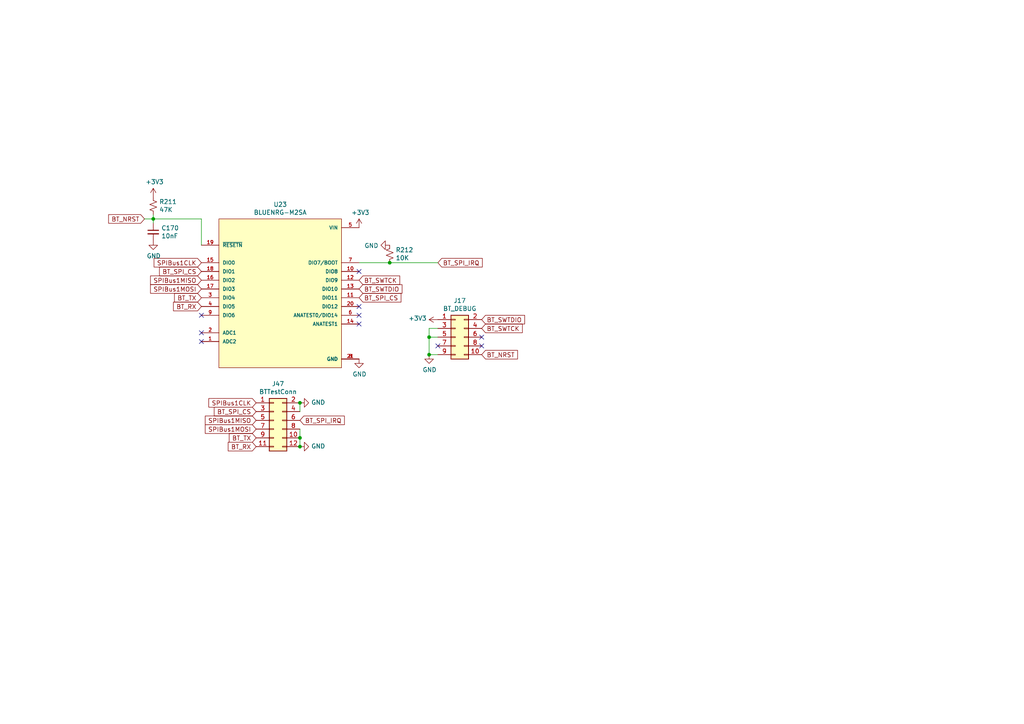
<source format=kicad_sch>
(kicad_sch (version 20210621) (generator eeschema)
  (paper "A4")
  (lib_symbols
    (symbol "BLUENRG-M2SA:BLUENRG-M2SA" (pin_names (offset 1.016))
      (property "Reference" "U" (at -17.78 24.13 0))
      (property "Value" "BLUENRG-M2SA" (at -17.78 -22.86 0))
      (symbol "BLUENRG-M2SA_0_0"
        (rectangle (start -17.78 -20.32) (end 17.78 22.86) (stroke (width 0.1524)) (fill (type background)))
        (pin input line (at -22.86 -12.7 0) (length 5.08) (name "ADC2") (number "1"))
        (pin bidirectional line (at 22.86 7.62 180) (length 5.08) (name "DIO8") (number "10"))
        (pin bidirectional line (at 22.86 0 180) (length 5.08) (name "DIO11") (number "11"))
        (pin bidirectional line (at 22.86 5.08 180) (length 5.08) (name "DIO9") (number "12"))
        (pin bidirectional line (at 22.86 2.54 180) (length 5.08) (name "DIO10") (number "13"))
        (pin bidirectional line (at 22.86 -7.62 180) (length 5.08) (name "ANATEST1") (number "14"))
        (pin bidirectional line (at -22.86 10.16 0) (length 5.08) (name "DIO0") (number "15"))
        (pin bidirectional line (at -22.86 5.08 0) (length 5.08) (name "DIO2") (number "16"))
        (pin bidirectional line (at -22.86 2.54 0) (length 5.08) (name "DIO3") (number "17"))
        (pin bidirectional line (at -22.86 7.62 0) (length 5.08) (name "DIO1") (number "18"))
        (pin input line (at -22.86 15.24 0) (length 5.08) (name "~{RESETN}") (number "19"))
        (pin input line (at -22.86 -10.16 0) (length 5.08) (name "ADC1") (number "2"))
        (pin bidirectional line (at 22.86 -2.54 180) (length 5.08) (name "DIO12") (number "20"))
        (pin power_in line (at 22.86 -17.78 180) (length 5.08) (name "GND") (number "21"))
        (pin bidirectional line (at -22.86 0 0) (length 5.08) (name "DIO4") (number "3"))
        (pin bidirectional line (at -22.86 -2.54 0) (length 5.08) (name "DIO5") (number "4"))
        (pin power_in line (at 22.86 20.32 180) (length 5.08) (name "VIN") (number "5"))
        (pin bidirectional line (at 22.86 -5.08 180) (length 5.08) (name "ANATEST0/DIO14") (number "6"))
        (pin bidirectional line (at 22.86 10.16 180) (length 5.08) (name "DIO7/BOOT") (number "7"))
        (pin power_in line (at 22.86 -17.78 180) (length 5.08) (name "GND") (number "8"))
        (pin bidirectional line (at -22.86 -5.08 0) (length 5.08) (name "DIO6") (number "9"))
      )
    )
    (symbol "Connector_Generic:Conn_02x05_Odd_Even" (pin_names (offset 1.016) hide)
      (property "Reference" "J" (at 1.27 7.62 0))
      (property "Value" "Conn_02x05_Odd_Even" (at 1.27 -7.62 0))
      (symbol "Conn_02x05_Odd_Even_1_1"
        (rectangle (start -1.27 -4.953) (end 0 -5.207) (stroke (width 0.1524)))
        (rectangle (start -1.27 -2.413) (end 0 -2.667) (stroke (width 0.1524)))
        (rectangle (start -1.27 0.127) (end 0 -0.127) (stroke (width 0.1524)))
        (rectangle (start -1.27 2.667) (end 0 2.413) (stroke (width 0.1524)))
        (rectangle (start -1.27 5.207) (end 0 4.953) (stroke (width 0.1524)))
        (rectangle (start 3.81 -4.953) (end 2.54 -5.207) (stroke (width 0.1524)))
        (rectangle (start 3.81 -2.413) (end 2.54 -2.667) (stroke (width 0.1524)))
        (rectangle (start 3.81 0.127) (end 2.54 -0.127) (stroke (width 0.1524)))
        (rectangle (start 3.81 2.667) (end 2.54 2.413) (stroke (width 0.1524)))
        (rectangle (start 3.81 5.207) (end 2.54 4.953) (stroke (width 0.1524)))
        (rectangle (start -1.27 6.35) (end 3.81 -6.35) (stroke (width 0.254)) (fill (type background)))
        (pin passive line (at -5.08 5.08 0) (length 3.81) (name "Pin_1") (number "1"))
        (pin passive line (at 7.62 -5.08 180) (length 3.81) (name "Pin_10") (number "10"))
        (pin passive line (at 7.62 5.08 180) (length 3.81) (name "Pin_2") (number "2"))
        (pin passive line (at -5.08 2.54 0) (length 3.81) (name "Pin_3") (number "3"))
        (pin passive line (at 7.62 2.54 180) (length 3.81) (name "Pin_4") (number "4"))
        (pin passive line (at -5.08 0 0) (length 3.81) (name "Pin_5") (number "5"))
        (pin passive line (at 7.62 0 180) (length 3.81) (name "Pin_6") (number "6"))
        (pin passive line (at -5.08 -2.54 0) (length 3.81) (name "Pin_7") (number "7"))
        (pin passive line (at 7.62 -2.54 180) (length 3.81) (name "Pin_8") (number "8"))
        (pin passive line (at -5.08 -5.08 0) (length 3.81) (name "Pin_9") (number "9"))
      )
    )
    (symbol "Connector_Generic:Conn_02x06_Odd_Even" (pin_names (offset 1.016) hide)
      (property "Reference" "J" (at 1.27 7.62 0))
      (property "Value" "Conn_02x06_Odd_Even" (at 1.27 -10.16 0))
      (symbol "Conn_02x06_Odd_Even_1_1"
        (rectangle (start -1.27 -7.493) (end 0 -7.747) (stroke (width 0.1524)))
        (rectangle (start -1.27 -4.953) (end 0 -5.207) (stroke (width 0.1524)))
        (rectangle (start -1.27 -2.413) (end 0 -2.667) (stroke (width 0.1524)))
        (rectangle (start -1.27 0.127) (end 0 -0.127) (stroke (width 0.1524)))
        (rectangle (start -1.27 2.667) (end 0 2.413) (stroke (width 0.1524)))
        (rectangle (start -1.27 5.207) (end 0 4.953) (stroke (width 0.1524)))
        (rectangle (start 3.81 -7.493) (end 2.54 -7.747) (stroke (width 0.1524)))
        (rectangle (start 3.81 -4.953) (end 2.54 -5.207) (stroke (width 0.1524)))
        (rectangle (start 3.81 -2.413) (end 2.54 -2.667) (stroke (width 0.1524)))
        (rectangle (start 3.81 0.127) (end 2.54 -0.127) (stroke (width 0.1524)))
        (rectangle (start 3.81 2.667) (end 2.54 2.413) (stroke (width 0.1524)))
        (rectangle (start 3.81 5.207) (end 2.54 4.953) (stroke (width 0.1524)))
        (rectangle (start -1.27 6.35) (end 3.81 -8.89) (stroke (width 0.254)) (fill (type background)))
        (pin passive line (at -5.08 5.08 0) (length 3.81) (name "Pin_1") (number "1"))
        (pin passive line (at 7.62 -5.08 180) (length 3.81) (name "Pin_10") (number "10"))
        (pin passive line (at -5.08 -7.62 0) (length 3.81) (name "Pin_11") (number "11"))
        (pin passive line (at 7.62 -7.62 180) (length 3.81) (name "Pin_12") (number "12"))
        (pin passive line (at 7.62 5.08 180) (length 3.81) (name "Pin_2") (number "2"))
        (pin passive line (at -5.08 2.54 0) (length 3.81) (name "Pin_3") (number "3"))
        (pin passive line (at 7.62 2.54 180) (length 3.81) (name "Pin_4") (number "4"))
        (pin passive line (at -5.08 0 0) (length 3.81) (name "Pin_5") (number "5"))
        (pin passive line (at 7.62 0 180) (length 3.81) (name "Pin_6") (number "6"))
        (pin passive line (at -5.08 -2.54 0) (length 3.81) (name "Pin_7") (number "7"))
        (pin passive line (at 7.62 -2.54 180) (length 3.81) (name "Pin_8") (number "8"))
        (pin passive line (at -5.08 -5.08 0) (length 3.81) (name "Pin_9") (number "9"))
      )
    )
    (symbol "Device:C_Small" (pin_numbers hide) (pin_names (offset 0.254) hide)
      (property "Reference" "C" (at 0.254 1.778 0))
      (property "Value" "C_Small" (at 0.254 -2.032 0))
      (symbol "C_Small_0_1"
        (polyline (pts (xy -1.524 -0.508) (xy 1.524 -0.508)) (stroke (width 0.3302)))
        (polyline (pts (xy -1.524 0.508) (xy 1.524 0.508)) (stroke (width 0.3048)))
      )
      (symbol "C_Small_1_1"
        (pin passive line (at 0 2.54 270) (length 2.032) (name "~") (number "1"))
        (pin passive line (at 0 -2.54 90) (length 2.032) (name "~") (number "2"))
      )
    )
    (symbol "Device:R_Small_US" (pin_numbers hide) (pin_names (offset 0.254) hide)
      (property "Reference" "R" (at 0.762 0.508 0))
      (property "Value" "R_Small_US" (at 0.762 -1.016 0))
      (symbol "R_Small_US_1_1"
        (polyline (pts (xy 0 0) (xy 1.016 -0.381) (xy 0 -0.762) (xy -1.016 -1.143) (xy 0 -1.524)))
        (polyline (pts (xy 0 1.524) (xy 1.016 1.143) (xy 0 0.762) (xy -1.016 0.381) (xy 0 0)))
        (pin passive line (at 0 2.54 270) (length 1.016) (name "~") (number "1"))
        (pin passive line (at 0 -2.54 90) (length 1.016) (name "~") (number "2"))
      )
    )
    (symbol "power:+3.3V" (power) (pin_names (offset 0))
      (property "Value" "+3.3V" (at 0 3.556 0))
      (symbol "+3.3V_0_1"
        (polyline (pts (xy -0.762 1.27) (xy 0 2.54)))
        (polyline (pts (xy 0 0) (xy 0 2.54)))
        (polyline (pts (xy 0 2.54) (xy 0.762 1.27)))
      )
      (symbol "+3.3V_1_1"
        (pin power_in line (at 0 0 90) (length 0) hide (name "+3V3") (number "1"))
      )
    )
    (symbol "power:GND" (power) (pin_names (offset 0))
      (property "Value" "GND" (at 0 -3.81 0))
      (symbol "GND_0_1"
        (polyline (pts (xy 0 0) (xy 0 -1.27) (xy 1.27 -1.27) (xy 0 -2.54) (xy -1.27 -1.27) (xy 0 -1.27)))
      )
      (symbol "GND_1_1"
        (pin power_in line (at 0 0 270) (length 0) hide (name "GND") (number "1"))
      )
    )
  )
  (junction (at 44.45 63.5))
  (junction (at 86.995 116.84))
  (junction (at 86.995 127))
  (junction (at 86.995 129.54))
  (junction (at 113.03 76.2))
  (junction (at 124.46 97.79))
  (junction (at 124.46 102.87))
  (no_connect (at 58.42 91.44))
  (no_connect (at 58.42 96.52))
  (no_connect (at 58.42 99.06))
  (no_connect (at 104.14 78.74))
  (no_connect (at 104.14 88.9))
  (no_connect (at 104.14 91.44))
  (no_connect (at 104.14 93.98))
  (no_connect (at 127 100.33))
  (no_connect (at 139.7 97.79))
  (no_connect (at 139.7 100.33))
  (wire (pts (xy 44.45 62.23) (xy 44.45 63.5)))
  (wire (pts (xy 44.45 63.5) (xy 41.91 63.5)))
  (wire (pts (xy 44.45 63.5) (xy 44.45 64.77)))
  (wire (pts (xy 44.45 63.5) (xy 58.42 63.5)))
  (wire (pts (xy 58.42 63.5) (xy 58.42 71.12)))
  (wire (pts (xy 86.995 116.84) (xy 86.995 119.38)))
  (wire (pts (xy 86.995 124.46) (xy 86.995 127)))
  (wire (pts (xy 86.995 129.54) (xy 86.995 127)))
  (wire (pts (xy 104.14 76.2) (xy 113.03 76.2)))
  (wire (pts (xy 113.03 76.2) (xy 127 76.2)))
  (wire (pts (xy 124.46 95.25) (xy 124.46 97.79)))
  (wire (pts (xy 124.46 97.79) (xy 124.46 102.87)))
  (wire (pts (xy 127 95.25) (xy 124.46 95.25)))
  (wire (pts (xy 127 97.79) (xy 124.46 97.79)))
  (wire (pts (xy 127 102.87) (xy 124.46 102.87)))
  (global_label "BT_NRST" (shape input) (at 41.91 63.5 180) (property "Intersheet References" "${INTERSHEET_REFS}" (effects hide)))
  (global_label "SPIBus1CLK" (shape input) (at 58.42 76.2 180) (property "Intersheet References" "${INTERSHEET_REFS}" (effects hide)))
  (global_label "BT_SPI_CS" (shape input) (at 58.42 78.74 180) (property "Intersheet References" "${INTERSHEET_REFS}" (effects hide)))
  (global_label "SPIBus1MISO" (shape input) (at 58.42 81.28 180) (property "Intersheet References" "${INTERSHEET_REFS}" (effects hide)))
  (global_label "SPIBus1MOSI" (shape input) (at 58.42 83.82 180) (property "Intersheet References" "${INTERSHEET_REFS}" (effects hide)))
  (global_label "BT_TX" (shape input) (at 58.42 86.36 180) (property "Intersheet References" "${INTERSHEET_REFS}" (effects hide)))
  (global_label "BT_RX" (shape input) (at 58.42 88.9 180) (property "Intersheet References" "${INTERSHEET_REFS}" (effects hide)))
  (global_label "SPIBus1CLK" (shape input) (at 74.295 116.84 180) (property "Intersheet References" "${INTERSHEET_REFS}" (effects hide)))
  (global_label "BT_SPI_CS" (shape input) (at 74.295 119.38 180) (property "Intersheet References" "${INTERSHEET_REFS}" (effects hide)))
  (global_label "SPIBus1MISO" (shape input) (at 74.295 121.92 180) (property "Intersheet References" "${INTERSHEET_REFS}" (effects hide)))
  (global_label "SPIBus1MOSI" (shape input) (at 74.295 124.46 180) (property "Intersheet References" "${INTERSHEET_REFS}" (effects hide)))
  (global_label "BT_TX" (shape input) (at 74.295 127 180) (property "Intersheet References" "${INTERSHEET_REFS}" (effects hide)))
  (global_label "BT_RX" (shape input) (at 74.295 129.54 180) (property "Intersheet References" "${INTERSHEET_REFS}" (effects hide)))
  (global_label "BT_SPI_IRQ" (shape input) (at 86.995 121.92 0) (property "Intersheet References" "${INTERSHEET_REFS}" (effects hide)))
  (global_label "BT_SWTCK" (shape input) (at 104.14 81.28 0) (property "Intersheet References" "${INTERSHEET_REFS}" (effects hide)))
  (global_label "BT_SWTDIO" (shape input) (at 104.14 83.82 0) (property "Intersheet References" "${INTERSHEET_REFS}" (effects hide)))
  (global_label "BT_SPI_CS" (shape input) (at 104.14 86.36 0) (property "Intersheet References" "${INTERSHEET_REFS}" (effects hide)))
  (global_label "BT_SPI_IRQ" (shape input) (at 127 76.2 0) (property "Intersheet References" "${INTERSHEET_REFS}" (effects hide)))
  (global_label "BT_SWTDIO" (shape input) (at 139.7 92.71 0) (property "Intersheet References" "${INTERSHEET_REFS}" (effects hide)))
  (global_label "BT_SWTCK" (shape input) (at 139.7 95.25 0) (property "Intersheet References" "${INTERSHEET_REFS}" (effects hide)))
  (global_label "BT_NRST" (shape input) (at 139.7 102.87 0) (property "Intersheet References" "${INTERSHEET_REFS}" (effects hide)))
  (symbol (lib_id "power:+3.3V") (at 44.45 57.15 0) (unit 1)
    (property "Reference" "#PWR0517" (effects hide))
    (property "Value" "+3.3V" (at 44.831 52.7558 0))
  )
  (symbol (lib_id "power:+3.3V") (at 104.14 66.04 0) (unit 1)
    (property "Reference" "#PWR0521" (effects hide))
    (property "Value" "+3.3V" (at 104.521 61.6458 0))
  )
  (symbol (lib_id "power:+3.3V") (at 127 92.71 90) (unit 1)
    (property "Reference" "#PWR0522" (effects hide))
    (property "Value" "+3.3V" (at 123.7488 92.329 90) (effects (justify left)))
  )
  (symbol (lib_id "power:GND") (at 44.45 69.85 0) (unit 1)
    (property "Reference" "#PWR0518" (effects hide))
    (property "Value" "GND" (at 44.577 74.2442 0))
  )
  (symbol (lib_id "power:GND") (at 86.995 116.84 90) (unit 1)
    (property "Reference" "#PWR0958" (effects hide))
    (property "Value" "GND" (at 90.2462 116.713 90) (effects (justify right)))
  )
  (symbol (lib_id "power:GND") (at 86.995 129.54 90) (unit 1)
    (property "Reference" "#PWR0959" (effects hide))
    (property "Value" "GND" (at 90.2462 129.413 90) (effects (justify right)))
  )
  (symbol (lib_id "power:GND") (at 104.14 104.14 0) (unit 1)
    (property "Reference" "#PWR0519" (effects hide))
    (property "Value" "GND" (at 104.267 108.5342 0))
  )
  (symbol (lib_id "power:GND") (at 113.03 71.12 270) (unit 1)
    (property "Reference" "#PWR0520" (effects hide))
    (property "Value" "GND" (at 109.7788 71.247 90) (effects (justify right)))
  )
  (symbol (lib_id "power:GND") (at 124.46 102.87 0) (unit 1)
    (property "Reference" "#PWR0523" (effects hide))
    (property "Value" "GND" (at 124.587 107.2642 0))
  )
  (symbol (lib_id "Device:R_Small_US") (at 44.45 59.69 0) (unit 1)
    (property "Reference" "R211" (at 46.1772 58.5216 0) (effects (justify left)))
    (property "Value" "47K" (at 46.1772 60.833 0) (effects (justify left)))
    (property "Footprint" "Resistor_SMD:R_0603_1608Metric" (effects hide))
    (property "LCSC" "C25819" (effects hide))
  )
  (symbol (lib_id "Device:R_Small_US") (at 113.03 73.66 0) (mirror y) (unit 1)
    (property "Reference" "R212" (at 114.7572 72.4916 0) (effects (justify right)))
    (property "Value" "10K" (at 114.7572 74.803 0) (effects (justify right)))
    (property "Footprint" "Resistor_SMD:R_0402_1005Metric" (effects hide))
    (property "LCSC" "C25744" (effects hide))
  )
  (symbol (lib_id "Device:C_Small") (at 44.45 67.31 0) (unit 1)
    (property "Reference" "C170" (at 46.7868 66.1416 0) (effects (justify left)))
    (property "Value" "10nF" (at 46.7868 68.453 0) (effects (justify left)))
    (property "Footprint" "Capacitor_SMD:C_0402_1005Metric" (effects hide))
    (property "LCSC" "C15195" (effects hide))
  )
  (symbol (lib_id "Connector_Generic:Conn_02x05_Odd_Even") (at 132.08 97.79 0) (unit 1)
    (property "Reference" "J17" (at 133.35 87.1982 0))
    (property "Value" "BT_DEBUG" (at 133.35 89.5096 0))
    (property "Footprint" "Connector_PinHeader_1.27mm:PinHeader_2x05_P1.27mm_Vertical_SMD" (effects hide))
  )
  (symbol (lib_id "Connector_Generic:Conn_02x06_Odd_Even") (at 79.375 121.92 0) (unit 1)
    (property "Reference" "J47" (at 80.645 111.3282 0))
    (property "Value" "BTTestConn" (at 80.645 113.6396 0))
    (property "Footprint" "Connector_PinHeader_2.54mm:PinHeader_2x06_P2.54mm_Vertical" (effects hide))
  )
  (symbol (lib_id "BLUENRG-M2SA:BLUENRG-M2SA") (at 81.28 86.36 0) (unit 1)
    (property "Reference" "U23" (at 81.28 59.309 0))
    (property "Value" "BLUENRG-M2SA" (at 81.28 61.6204 0))
    (property "Footprint" "BLUENRG:XCVR_BLUENRG-M2SA" (effects hide))
    (property "STANDARD" "Manufacturer recommendations" (effects hide))
    (property "MAXIMUM_PACKAGE_HEIGHT" "2.5mm" (effects hide))
    (property "MANUFACTURER" "STMicroelectronics" (effects hide))
    (property "PARTREV" "2" (effects hide))
  )
)
</source>
